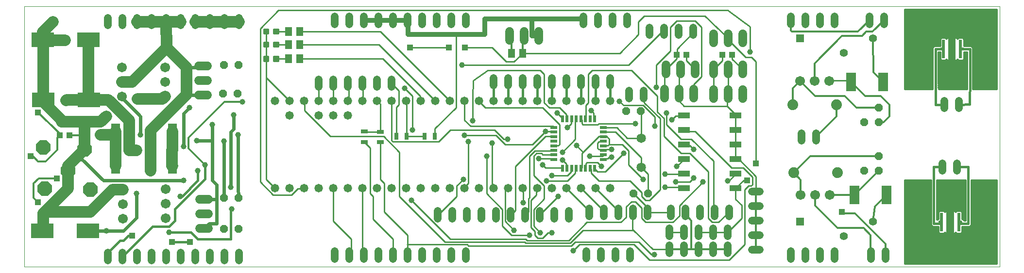
<source format=gtl>
G75*
%MOIN*%
%OFA0B0*%
%FSLAX25Y25*%
%IPPOS*%
%LPD*%
%AMOC8*
5,1,8,0,0,1.08239X$1,22.5*
%
%ADD10C,0.00000*%
%ADD11OC8,0.05200*%
%ADD12C,0.06000*%
%ADD13OC8,0.10000*%
%ADD14R,0.07900X0.04300*%
%ADD15C,0.05800*%
%ADD16C,0.06750*%
%ADD17R,0.05000X0.02200*%
%ADD18R,0.02200X0.05000*%
%ADD19C,0.06500*%
%ADD20C,0.05200*%
%ADD21R,0.15748X0.09843*%
%ADD22R,0.06181X0.11102*%
%ADD23R,0.03150X0.04724*%
%ADD24R,0.04724X0.03150*%
%ADD25R,0.05543X0.05543*%
%ADD26C,0.05543*%
%ADD27R,0.07087X0.12598*%
%ADD28C,0.07400*%
%ADD29R,0.05118X0.05906*%
%ADD30C,0.01181*%
%ADD31R,0.01969X0.12992*%
%ADD32R,0.01575X0.01969*%
%ADD33R,0.05118X0.12992*%
%ADD34R,0.03937X0.04331*%
%ADD35R,0.04331X0.03937*%
%ADD36C,0.00984*%
%ADD37C,0.03962*%
%ADD38C,0.02400*%
%ADD39C,0.01000*%
%ADD40C,0.01575*%
%ADD41C,0.01200*%
%ADD42R,0.03962X0.03962*%
%ADD43C,0.07874*%
%ADD44C,0.04750*%
%ADD45R,0.04750X0.04750*%
%ADD46C,0.03200*%
%ADD47C,0.01600*%
%ADD48R,0.03100X0.03100*%
%ADD49C,0.03100*%
D10*
X0115195Y0123933D02*
X0115195Y0302634D01*
X0784486Y0302634D01*
X0784486Y0123933D01*
X0115195Y0123933D01*
D11*
X0251967Y0149681D03*
X0261967Y0149681D03*
X0261967Y0171020D03*
X0251967Y0171020D03*
X0251573Y0242634D03*
X0261573Y0242634D03*
X0261967Y0262594D03*
X0251967Y0262594D03*
X0528089Y0230665D03*
X0538089Y0230665D03*
X0533148Y0174209D03*
X0543148Y0174209D03*
X0691396Y0189799D03*
X0701396Y0189799D03*
X0701396Y0199799D03*
X0701396Y0223264D03*
X0691396Y0223264D03*
X0701396Y0233264D03*
D12*
X0607974Y0239366D02*
X0607974Y0245366D01*
X0597974Y0245366D02*
X0597974Y0239366D01*
X0587974Y0239366D02*
X0587974Y0245366D01*
X0574510Y0245681D02*
X0574510Y0239681D01*
X0564510Y0239681D02*
X0564510Y0245681D01*
X0554510Y0245681D02*
X0554510Y0239681D01*
X0555297Y0256374D02*
X0555297Y0262374D01*
X0565297Y0262374D02*
X0565297Y0256374D01*
X0575297Y0256374D02*
X0575297Y0262374D01*
X0587974Y0262453D02*
X0587974Y0256453D01*
X0597974Y0256453D02*
X0597974Y0262453D01*
X0607974Y0262453D02*
X0607974Y0256453D01*
X0608100Y0277835D02*
X0608100Y0283835D01*
X0598100Y0283835D02*
X0598100Y0277835D01*
X0588100Y0277835D02*
X0588100Y0283835D01*
X0468112Y0285382D02*
X0468112Y0279382D01*
X0458112Y0279382D02*
X0458112Y0285382D01*
X0448112Y0285382D02*
X0448112Y0279382D01*
X0240793Y0261650D02*
X0234793Y0261650D01*
X0234793Y0251650D02*
X0240793Y0251650D01*
X0240793Y0241650D02*
X0234793Y0241650D01*
X0235581Y0169988D02*
X0241581Y0169988D01*
X0241581Y0159988D02*
X0235581Y0159988D01*
X0235581Y0149988D02*
X0241581Y0149988D01*
D13*
X0160510Y0176807D03*
X0145116Y0189878D03*
X0129014Y0177516D03*
X0128069Y0205665D03*
X0156415Y0204484D03*
D14*
X0567889Y0207634D03*
X0567889Y0217634D03*
X0567889Y0227634D03*
X0603289Y0227634D03*
X0603289Y0217634D03*
X0603289Y0207634D03*
X0603289Y0197634D03*
X0603289Y0187634D03*
X0603289Y0177634D03*
X0567889Y0177634D03*
X0567889Y0187634D03*
X0567889Y0197634D03*
D15*
X0517100Y0177862D03*
X0507100Y0177862D03*
X0497100Y0177862D03*
X0487100Y0177862D03*
X0477100Y0177862D03*
X0467100Y0177862D03*
X0457100Y0177862D03*
X0447100Y0177862D03*
X0437100Y0177862D03*
X0427100Y0177862D03*
X0417100Y0177862D03*
X0407100Y0177862D03*
X0397100Y0177862D03*
X0387100Y0177862D03*
X0377100Y0177862D03*
X0367100Y0177862D03*
X0357100Y0177862D03*
X0347100Y0177862D03*
X0337100Y0177862D03*
X0327100Y0177862D03*
X0317100Y0177862D03*
X0307100Y0177862D03*
X0297100Y0177862D03*
X0287100Y0177862D03*
X0297100Y0227862D03*
X0297100Y0237862D03*
X0287100Y0237862D03*
X0307100Y0237862D03*
X0317100Y0237862D03*
X0327100Y0237862D03*
X0337100Y0237862D03*
X0347100Y0237862D03*
X0357100Y0237862D03*
X0367100Y0237862D03*
X0377100Y0237862D03*
X0387100Y0237862D03*
X0397100Y0237862D03*
X0407100Y0237862D03*
X0417100Y0237862D03*
X0427100Y0237862D03*
X0437100Y0237862D03*
X0447100Y0237862D03*
X0457100Y0237862D03*
X0467100Y0237862D03*
X0477100Y0237862D03*
X0487100Y0237862D03*
X0497100Y0237862D03*
X0507100Y0237862D03*
X0517100Y0237862D03*
X0337100Y0227862D03*
X0327100Y0227862D03*
X0317100Y0227862D03*
D16*
X0211793Y0240941D03*
X0211793Y0250941D03*
X0211793Y0260941D03*
X0181998Y0260862D03*
X0181998Y0250862D03*
X0181998Y0240862D03*
X0182675Y0176650D03*
X0182675Y0166650D03*
X0182675Y0156650D03*
X0212085Y0157043D03*
X0212085Y0167043D03*
X0212085Y0177043D03*
X0647852Y0173146D03*
X0657852Y0173146D03*
X0667852Y0173146D03*
X0667360Y0251394D03*
X0657360Y0251394D03*
X0647360Y0251394D03*
D17*
X0512323Y0219531D03*
X0512323Y0216382D03*
X0512323Y0213232D03*
X0512323Y0210083D03*
X0512323Y0206933D03*
X0512323Y0203783D03*
X0512323Y0200634D03*
X0512323Y0197484D03*
X0478523Y0197484D03*
X0478523Y0200634D03*
X0478523Y0203783D03*
X0478523Y0206933D03*
X0478523Y0210083D03*
X0478523Y0213232D03*
X0478523Y0216382D03*
X0478523Y0219531D03*
D18*
X0484400Y0225408D03*
X0487549Y0225408D03*
X0490699Y0225408D03*
X0493848Y0225408D03*
X0496998Y0225408D03*
X0500148Y0225408D03*
X0503297Y0225408D03*
X0506447Y0225408D03*
X0506447Y0191608D03*
X0503297Y0191608D03*
X0500148Y0191608D03*
X0496998Y0191608D03*
X0493848Y0191608D03*
X0490699Y0191608D03*
X0487549Y0191608D03*
X0484400Y0191608D03*
D19*
X0538435Y0192185D03*
X0538435Y0212185D03*
D20*
X0540234Y0239443D02*
X0540234Y0244643D01*
X0530234Y0244643D02*
X0530234Y0239443D01*
X0517203Y0248302D02*
X0517203Y0253502D01*
X0507203Y0253502D02*
X0507203Y0248302D01*
X0497203Y0248302D02*
X0497203Y0253502D01*
X0487203Y0253502D02*
X0487203Y0248302D01*
X0477203Y0248302D02*
X0477203Y0253502D01*
X0467203Y0253502D02*
X0467203Y0248302D01*
X0457203Y0248302D02*
X0457203Y0253502D01*
X0447203Y0253502D02*
X0447203Y0248302D01*
X0437203Y0248302D02*
X0437203Y0253502D01*
X0367065Y0252517D02*
X0367065Y0247317D01*
X0357065Y0247317D02*
X0357065Y0252517D01*
X0347065Y0252517D02*
X0347065Y0247317D01*
X0337065Y0247317D02*
X0337065Y0252517D01*
X0327065Y0252517D02*
X0327065Y0247317D01*
X0317065Y0247317D02*
X0317065Y0252517D01*
X0328069Y0290624D02*
X0328069Y0295824D01*
X0338069Y0295824D02*
X0338069Y0290624D01*
X0348069Y0290624D02*
X0348069Y0295824D01*
X0358069Y0295824D02*
X0358069Y0290624D01*
X0368069Y0290624D02*
X0368069Y0295824D01*
X0378069Y0295824D02*
X0378069Y0290624D01*
X0388069Y0290624D02*
X0388069Y0295824D01*
X0398069Y0295824D02*
X0398069Y0290624D01*
X0408069Y0290624D02*
X0408069Y0295824D01*
X0418069Y0295824D02*
X0418069Y0290624D01*
X0498738Y0290624D02*
X0498738Y0295824D01*
X0508738Y0295824D02*
X0508738Y0290624D01*
X0518738Y0290624D02*
X0518738Y0295824D01*
X0528738Y0295824D02*
X0528738Y0290624D01*
X0544211Y0288210D02*
X0544211Y0283010D01*
X0554211Y0283010D02*
X0554211Y0288210D01*
X0564211Y0288210D02*
X0564211Y0283010D01*
X0574211Y0283010D02*
X0574211Y0288210D01*
X0640963Y0290624D02*
X0640963Y0295824D01*
X0650963Y0295824D02*
X0650963Y0290624D01*
X0660963Y0290624D02*
X0660963Y0295824D01*
X0670963Y0295824D02*
X0670963Y0290624D01*
X0695077Y0290624D02*
X0695077Y0295824D01*
X0705077Y0295824D02*
X0705077Y0290624D01*
X0746437Y0237883D02*
X0746437Y0232683D01*
X0756437Y0232683D02*
X0756437Y0237883D01*
X0755293Y0194939D02*
X0755293Y0189739D01*
X0745293Y0189739D02*
X0745293Y0194939D01*
X0658344Y0210408D02*
X0658344Y0215608D01*
X0648344Y0215608D02*
X0648344Y0210408D01*
X0619763Y0175429D02*
X0614563Y0175429D01*
X0614563Y0165429D02*
X0619763Y0165429D01*
X0598667Y0163738D02*
X0598667Y0158538D01*
X0588667Y0158538D02*
X0588667Y0163738D01*
X0578667Y0163738D02*
X0578667Y0158538D01*
X0568667Y0158538D02*
X0568667Y0163738D01*
X0558667Y0163738D02*
X0558667Y0158538D01*
X0542872Y0158490D02*
X0542872Y0163690D01*
X0532872Y0163690D02*
X0532872Y0158490D01*
X0522872Y0158490D02*
X0522872Y0163690D01*
X0512872Y0163690D02*
X0512872Y0158490D01*
X0502872Y0158490D02*
X0502872Y0163690D01*
X0488935Y0161966D02*
X0488935Y0156766D01*
X0478935Y0156766D02*
X0478935Y0161966D01*
X0468935Y0161966D02*
X0468935Y0156766D01*
X0458935Y0156766D02*
X0458935Y0161966D01*
X0448935Y0161966D02*
X0448935Y0156766D01*
X0438935Y0156766D02*
X0438935Y0161966D01*
X0428935Y0161966D02*
X0428935Y0156766D01*
X0418935Y0156766D02*
X0418935Y0161966D01*
X0408935Y0161966D02*
X0408935Y0156766D01*
X0398935Y0156766D02*
X0398935Y0161966D01*
X0398069Y0134407D02*
X0398069Y0129207D01*
X0408069Y0129207D02*
X0408069Y0134407D01*
X0418069Y0134407D02*
X0418069Y0129207D01*
X0388069Y0129207D02*
X0388069Y0134407D01*
X0378069Y0134407D02*
X0378069Y0129207D01*
X0368069Y0129207D02*
X0368069Y0134407D01*
X0358069Y0134407D02*
X0358069Y0129207D01*
X0348069Y0129207D02*
X0348069Y0134407D01*
X0338069Y0134407D02*
X0338069Y0129207D01*
X0328069Y0129207D02*
X0328069Y0134407D01*
X0262557Y0133423D02*
X0262557Y0128223D01*
X0252557Y0128223D02*
X0252557Y0133423D01*
X0242557Y0133423D02*
X0242557Y0128223D01*
X0232557Y0128223D02*
X0232557Y0133423D01*
X0222557Y0133423D02*
X0222557Y0128223D01*
X0212557Y0128223D02*
X0212557Y0133423D01*
X0202557Y0133423D02*
X0202557Y0128223D01*
X0192557Y0128223D02*
X0192557Y0133423D01*
X0182557Y0133423D02*
X0182557Y0128223D01*
X0172557Y0128223D02*
X0172557Y0133423D01*
X0500938Y0134607D02*
X0500938Y0129407D01*
X0510938Y0129407D02*
X0510938Y0134607D01*
X0520938Y0134607D02*
X0520938Y0129407D01*
X0530938Y0129407D02*
X0530938Y0134607D01*
X0557793Y0133144D02*
X0557793Y0138344D01*
X0567793Y0138344D02*
X0567793Y0133144D01*
X0577793Y0133144D02*
X0577793Y0138344D01*
X0587793Y0138344D02*
X0587793Y0133144D01*
X0597793Y0133144D02*
X0597793Y0138344D01*
X0597793Y0144955D02*
X0597793Y0150155D01*
X0587793Y0150155D02*
X0587793Y0144955D01*
X0577793Y0144955D02*
X0577793Y0150155D01*
X0567793Y0150155D02*
X0567793Y0144955D01*
X0557793Y0144955D02*
X0557793Y0150155D01*
X0614563Y0145429D02*
X0619763Y0145429D01*
X0619763Y0135429D02*
X0614563Y0135429D01*
X0640963Y0134407D02*
X0640963Y0129207D01*
X0650963Y0129207D02*
X0650963Y0134407D01*
X0660963Y0134407D02*
X0660963Y0129207D01*
X0670963Y0129207D02*
X0670963Y0134407D01*
X0696081Y0134407D02*
X0696081Y0129207D01*
X0706081Y0129207D02*
X0706081Y0134407D01*
X0619763Y0155429D02*
X0614563Y0155429D01*
X0262557Y0289640D02*
X0262557Y0294840D01*
X0252557Y0294840D02*
X0252557Y0289640D01*
X0242557Y0289640D02*
X0242557Y0294840D01*
X0232557Y0294840D02*
X0232557Y0289640D01*
X0222557Y0289640D02*
X0222557Y0294840D01*
X0212557Y0294840D02*
X0212557Y0289640D01*
X0202557Y0289640D02*
X0202557Y0294840D01*
X0192557Y0294840D02*
X0192557Y0289640D01*
X0182557Y0289640D02*
X0182557Y0294840D01*
X0172557Y0294840D02*
X0172557Y0289640D01*
D21*
X0159156Y0279642D03*
X0127659Y0279642D03*
X0128022Y0238547D03*
X0159518Y0238547D03*
X0158959Y0148539D03*
X0127463Y0148539D03*
D22*
X0177746Y0192972D03*
X0216801Y0192972D03*
X0216801Y0216831D03*
X0177746Y0216831D03*
D23*
X0370321Y0213461D03*
X0377407Y0213461D03*
X0389833Y0213461D03*
X0396919Y0213461D03*
D24*
X0359329Y0216413D03*
X0348423Y0216665D03*
X0348423Y0209579D03*
X0359329Y0209327D03*
D25*
X0647380Y0154858D03*
X0647380Y0280843D03*
D26*
X0677380Y0270843D03*
X0697380Y0280843D03*
X0697380Y0154858D03*
X0677380Y0144858D03*
D27*
X0684880Y0173146D03*
X0706927Y0173146D03*
X0704467Y0250902D03*
X0682419Y0250902D03*
D28*
X0672518Y0235154D03*
X0642518Y0235154D03*
X0643010Y0188402D03*
X0673010Y0188402D03*
D29*
X0457026Y0270587D03*
X0449545Y0270587D03*
X0303974Y0266650D03*
X0296494Y0266650D03*
X0296494Y0276492D03*
X0303974Y0276492D03*
X0303974Y0285350D03*
X0296494Y0285350D03*
D30*
X0289317Y0286728D02*
X0289317Y0283972D01*
X0286561Y0283972D01*
X0286561Y0286728D01*
X0289317Y0286728D01*
X0289317Y0285152D02*
X0286561Y0285152D01*
X0286561Y0286332D02*
X0289317Y0286332D01*
X0282411Y0286728D02*
X0282411Y0283972D01*
X0279655Y0283972D01*
X0279655Y0286728D01*
X0282411Y0286728D01*
X0282411Y0285152D02*
X0279655Y0285152D01*
X0279655Y0286332D02*
X0282411Y0286332D01*
X0282411Y0277870D02*
X0282411Y0275114D01*
X0279655Y0275114D01*
X0279655Y0277870D01*
X0282411Y0277870D01*
X0282411Y0276294D02*
X0279655Y0276294D01*
X0279655Y0277474D02*
X0282411Y0277474D01*
X0289317Y0277870D02*
X0289317Y0275114D01*
X0286561Y0275114D01*
X0286561Y0277870D01*
X0289317Y0277870D01*
X0289317Y0276294D02*
X0286561Y0276294D01*
X0286561Y0277474D02*
X0289317Y0277474D01*
X0289317Y0268028D02*
X0289317Y0265272D01*
X0286561Y0265272D01*
X0286561Y0268028D01*
X0289317Y0268028D01*
X0289317Y0266452D02*
X0286561Y0266452D01*
X0286561Y0267632D02*
X0289317Y0267632D01*
X0282411Y0268028D02*
X0282411Y0265272D01*
X0279655Y0265272D01*
X0279655Y0268028D01*
X0282411Y0268028D01*
X0282411Y0266452D02*
X0279655Y0266452D01*
X0279655Y0267632D02*
X0282411Y0267632D01*
D31*
X0745788Y0273472D03*
X0757599Y0273472D03*
X0756435Y0154445D03*
X0744624Y0154445D03*
D32*
X0743246Y0154445D03*
X0757813Y0154445D03*
X0758977Y0273472D03*
X0744410Y0273472D03*
D33*
X0751693Y0273472D03*
X0750530Y0154445D03*
D34*
X0600825Y0269602D03*
X0594132Y0269602D03*
X0569329Y0269602D03*
X0562636Y0269602D03*
D35*
X0146100Y0213992D03*
X0139407Y0213992D03*
D36*
X0281033Y0183929D02*
X0287100Y0177862D01*
X0281033Y0183929D02*
X0281033Y0253929D01*
X0297100Y0237862D01*
X0281033Y0253929D02*
X0281033Y0266650D01*
X0281033Y0276492D01*
X0281033Y0285350D01*
X0287939Y0285350D02*
X0296494Y0285350D01*
X0303974Y0285350D02*
X0359612Y0285350D01*
X0407100Y0237862D01*
X0411455Y0233185D02*
X0411455Y0283382D01*
X0406533Y0274524D02*
X0379959Y0274524D01*
X0361258Y0266650D02*
X0303974Y0266650D01*
X0296494Y0266650D02*
X0287939Y0266650D01*
X0287939Y0276492D02*
X0296494Y0276492D01*
X0303974Y0276492D02*
X0358470Y0276492D01*
X0397100Y0237862D01*
X0387100Y0237862D02*
X0386848Y0238114D01*
X0386848Y0241059D01*
X0361258Y0266650D01*
X0367065Y0249917D02*
X0372085Y0244898D01*
X0372085Y0235154D01*
X0370321Y0233390D01*
X0370321Y0213461D01*
X0377407Y0213461D02*
X0389833Y0213461D01*
X0396919Y0213461D02*
X0396919Y0218650D01*
X0411455Y0233185D01*
X0417100Y0237862D02*
X0417100Y0224587D01*
X0421297Y0220390D01*
X0477665Y0220390D01*
X0478523Y0219531D01*
X0512323Y0219531D02*
X0512449Y0219406D01*
X0521691Y0219406D01*
X0528817Y0212280D01*
X0538435Y0212185D01*
X0538482Y0230272D01*
X0538089Y0230665D01*
X0554510Y0242681D02*
X0554510Y0258587D01*
X0555297Y0259374D01*
X0562636Y0266713D01*
X0562636Y0269602D01*
X0563030Y0269996D01*
X0563030Y0273539D01*
X0574211Y0284720D01*
X0574211Y0285610D01*
X0582258Y0296177D02*
X0598100Y0280835D01*
X0598100Y0279807D01*
X0610274Y0267634D01*
X0614211Y0267634D01*
X0617163Y0264681D01*
X0617163Y0194799D01*
X0617163Y0185941D02*
X0605470Y0197634D01*
X0603289Y0197634D01*
X0603289Y0207634D01*
X0603289Y0217634D01*
X0603289Y0227634D01*
X0603289Y0228359D01*
X0597478Y0234169D01*
X0597478Y0241870D01*
X0597974Y0242366D01*
X0597974Y0259453D01*
X0600825Y0266602D02*
X0607974Y0259453D01*
X0600825Y0266602D02*
X0600825Y0269602D01*
X0594132Y0269602D02*
X0594132Y0265610D01*
X0587974Y0259453D01*
X0587974Y0242366D01*
X0597478Y0234169D02*
X0567951Y0234169D01*
X0564998Y0237122D01*
X0564998Y0242193D01*
X0564510Y0242681D01*
X0564510Y0258587D01*
X0565297Y0259374D01*
X0569329Y0265343D02*
X0575297Y0259374D01*
X0569329Y0265343D02*
X0569329Y0269602D01*
X0536455Y0283382D02*
X0536455Y0292240D01*
X0540392Y0296177D01*
X0582258Y0296177D01*
X0536455Y0283382D02*
X0523659Y0270587D01*
X0457026Y0270587D01*
X0451120Y0264681D01*
X0445904Y0264681D01*
X0436061Y0274524D01*
X0417360Y0274524D01*
X0377407Y0237555D02*
X0377100Y0237862D01*
X0377407Y0237555D02*
X0377407Y0213461D01*
X0359329Y0216413D02*
X0359329Y0235634D01*
X0357100Y0237862D01*
X0359329Y0216413D02*
X0348675Y0216413D01*
X0348423Y0216665D01*
X0348423Y0209579D02*
X0352400Y0205602D01*
X0352400Y0174130D01*
X0354368Y0172161D01*
X0354368Y0156413D01*
X0368069Y0142713D01*
X0368069Y0131807D01*
X0377990Y0131886D02*
X0377990Y0139126D01*
X0377990Y0145587D01*
X0362242Y0161335D01*
X0362242Y0181020D01*
X0359329Y0183933D01*
X0359329Y0209327D01*
X0327100Y0177862D02*
X0327100Y0155138D01*
X0339604Y0142634D01*
X0339604Y0133343D01*
X0338069Y0131807D01*
X0377990Y0131886D02*
X0378069Y0131807D01*
X0491844Y0134764D02*
X0496207Y0139126D01*
X0496813Y0139126D01*
X0532518Y0149524D02*
X0532518Y0161035D01*
X0532872Y0161090D01*
X0522872Y0161090D02*
X0522872Y0162091D01*
X0507100Y0177862D01*
X0497100Y0177862D02*
X0512872Y0162091D01*
X0512872Y0161090D01*
X0502872Y0161090D02*
X0502872Y0162091D01*
X0487100Y0177862D01*
X0533148Y0174209D02*
X0542872Y0164484D01*
X0542872Y0161090D01*
X0543124Y0161138D01*
X0558667Y0161138D01*
X0557793Y0147555D02*
X0567793Y0147555D01*
X0577793Y0147555D02*
X0587793Y0147555D01*
X0597793Y0147555D01*
X0607321Y0157083D01*
X0607321Y0166256D01*
X0603289Y0170288D01*
X0603289Y0177634D01*
X0608643Y0182988D01*
X0611258Y0182988D01*
X0617163Y0185941D02*
X0617163Y0175429D01*
X0543148Y0174209D02*
X0543148Y0187614D01*
X0538435Y0192185D01*
X0538482Y0198677D01*
X0520707Y0216453D01*
X0512394Y0216453D01*
X0512323Y0216382D01*
X0532518Y0149524D02*
X0532823Y0149219D01*
X0546297Y0135744D01*
X0557793Y0135744D01*
D37*
X0547478Y0132008D03*
X0491844Y0134764D03*
X0477152Y0147169D03*
X0469108Y0147169D03*
X0461959Y0145382D03*
X0451234Y0148957D03*
X0457490Y0167724D03*
X0481620Y0172193D03*
X0473577Y0182917D03*
X0477152Y0186492D03*
X0470896Y0193642D03*
X0468215Y0198110D03*
X0484301Y0197217D03*
X0484301Y0202579D03*
X0494132Y0207047D03*
X0503069Y0199898D03*
X0518262Y0199004D03*
X0518262Y0204366D03*
X0526305Y0201685D03*
X0511112Y0192748D03*
X0539711Y0183811D03*
X0554904Y0187386D03*
X0562947Y0192748D03*
X0574565Y0184705D03*
X0580821Y0182024D03*
X0562053Y0182024D03*
X0554904Y0178449D03*
X0597801Y0182917D03*
X0574565Y0204366D03*
X0547754Y0220453D03*
X0534348Y0222240D03*
X0555797Y0229390D03*
X0559372Y0224921D03*
X0523624Y0237433D03*
X0503963Y0231177D03*
X0487876Y0219559D03*
X0472683Y0216878D03*
X0480726Y0229390D03*
X0446766Y0211516D03*
X0436041Y0208835D03*
X0419955Y0209728D03*
X0417274Y0214197D03*
X0422636Y0224028D03*
X0381526Y0217772D03*
X0432467Y0199898D03*
X0416380Y0183811D03*
X0380632Y0169512D03*
X0261848Y0214484D03*
X0252006Y0210055D03*
X0244132Y0221374D03*
X0258896Y0228264D03*
X0264801Y0237122D03*
X0228384Y0233185D03*
X0194919Y0214484D03*
X0224447Y0206610D03*
X0233305Y0210547D03*
X0239211Y0193815D03*
X0234289Y0189878D03*
X0224447Y0182988D03*
X0201809Y0189878D03*
X0191967Y0174130D03*
X0221986Y0172161D03*
X0256927Y0178559D03*
X0257419Y0163303D03*
X0214604Y0147555D03*
X0171297Y0148539D03*
X0376163Y0246370D03*
X0415486Y0262457D03*
X0548648Y0247264D03*
X0612994Y0271394D03*
D38*
X0261848Y0214484D02*
X0261848Y0179012D01*
X0261967Y0171020D01*
X0251967Y0171020D02*
X0252006Y0178933D01*
X0252006Y0210055D01*
X0244132Y0210547D02*
X0233305Y0210547D01*
X0224447Y0206610D02*
X0224447Y0229248D01*
X0228384Y0233185D01*
X0226809Y0241650D02*
X0226415Y0242043D01*
X0226809Y0241650D02*
X0237793Y0241650D01*
X0258896Y0228264D02*
X0258896Y0218421D01*
X0256927Y0216453D01*
X0256927Y0178559D01*
X0247085Y0180035D02*
X0247085Y0170193D01*
X0247085Y0153461D01*
X0242053Y0153461D01*
X0238581Y0149988D01*
X0238581Y0169988D02*
X0238785Y0170193D01*
X0247085Y0170193D01*
X0247085Y0180035D02*
X0244132Y0182988D01*
X0244132Y0210547D01*
X0244132Y0221374D01*
X0194919Y0227280D02*
X0194919Y0214484D01*
X0194919Y0227280D02*
X0181998Y0240201D01*
X0181998Y0240862D01*
X0226415Y0260744D02*
X0236888Y0260744D01*
X0237793Y0261650D01*
X0169329Y0182988D02*
X0155077Y0197240D01*
X0169329Y0182988D02*
X0224447Y0182988D01*
X0191967Y0174130D02*
X0191967Y0157398D01*
X0183108Y0148539D01*
X0171297Y0148539D01*
X0158959Y0148539D01*
D39*
X0276963Y0182024D02*
X0276963Y0287480D01*
X0289474Y0299992D01*
X0597801Y0299992D01*
X0612994Y0288799D01*
X0612994Y0271394D01*
X0579927Y0288374D02*
X0579927Y0254413D01*
X0574565Y0249051D01*
X0574565Y0242795D01*
X0574510Y0242681D01*
X0555797Y0229390D02*
X0555797Y0221346D01*
X0565628Y0211516D01*
X0572778Y0211516D01*
X0587970Y0196323D01*
X0587970Y0161469D01*
X0588667Y0161138D01*
X0584396Y0157000D02*
X0587077Y0154319D01*
X0591545Y0154319D01*
X0597801Y0160575D01*
X0598667Y0161138D01*
X0584396Y0157000D02*
X0584396Y0189173D01*
X0571884Y0201685D01*
X0565628Y0201685D01*
X0554010Y0213303D01*
X0554010Y0225815D01*
X0549541Y0230283D01*
X0549541Y0241008D01*
X0531667Y0258882D01*
X0504856Y0258882D01*
X0502175Y0256201D01*
X0502175Y0236539D01*
X0500388Y0234752D01*
X0500388Y0225815D01*
X0500148Y0225408D01*
X0497707Y0224921D02*
X0496998Y0225408D01*
X0497707Y0224921D02*
X0497707Y0222240D01*
X0498600Y0221346D01*
X0508431Y0221346D01*
X0509325Y0222240D01*
X0534348Y0222240D01*
X0547754Y0220453D02*
X0547754Y0226709D01*
X0539711Y0234752D01*
X0526305Y0234752D01*
X0523624Y0237433D01*
X0540604Y0236539D02*
X0540604Y0241902D01*
X0540234Y0242043D01*
X0540604Y0236539D02*
X0551329Y0225815D01*
X0551329Y0176661D01*
X0544179Y0169512D01*
X0541498Y0169512D01*
X0538817Y0172193D01*
X0538817Y0174874D01*
X0530774Y0182917D01*
X0509325Y0182917D01*
X0503963Y0188280D01*
X0503963Y0190961D01*
X0503297Y0191608D01*
X0500388Y0191854D02*
X0500388Y0194535D01*
X0501281Y0195429D01*
X0508431Y0195429D01*
X0511112Y0192748D01*
X0513793Y0189173D02*
X0508431Y0189173D01*
X0506644Y0190961D01*
X0506447Y0191608D01*
X0500388Y0191854D02*
X0500148Y0191608D01*
X0497707Y0191854D02*
X0496998Y0191608D01*
X0497707Y0191854D02*
X0497707Y0201685D01*
X0498600Y0202579D01*
X0494132Y0207047D01*
X0493238Y0211516D02*
X0484301Y0202579D01*
X0481620Y0207047D02*
X0478939Y0207047D01*
X0478523Y0206933D01*
X0481620Y0207047D02*
X0482514Y0207941D01*
X0482514Y0221346D01*
X0470896Y0232965D01*
X0431573Y0232965D01*
X0427104Y0237433D01*
X0427100Y0237862D01*
X0422636Y0240075D02*
X0423266Y0251886D01*
X0433108Y0258776D01*
X0441404Y0258882D01*
X0469108Y0258882D01*
X0471789Y0256201D01*
X0471789Y0236539D01*
X0475364Y0232965D01*
X0482514Y0232965D01*
X0486982Y0228496D01*
X0486982Y0225815D01*
X0487549Y0225408D01*
X0490557Y0224921D02*
X0490699Y0225408D01*
X0490557Y0224921D02*
X0490557Y0222240D01*
X0487876Y0219559D01*
X0493238Y0224921D02*
X0493848Y0225408D01*
X0493238Y0224921D02*
X0493238Y0211516D01*
X0498600Y0202579D02*
X0509325Y0213303D01*
X0512006Y0213303D01*
X0512323Y0213232D01*
X0512900Y0213303D01*
X0514687Y0213303D01*
X0516474Y0211516D01*
X0516474Y0207941D01*
X0525411Y0207941D01*
X0529880Y0203472D01*
X0529880Y0193642D01*
X0539711Y0183811D01*
X0554904Y0187386D02*
X0567415Y0187386D01*
X0567889Y0187634D01*
X0571884Y0182024D02*
X0574565Y0184705D01*
X0571884Y0182024D02*
X0562053Y0182024D01*
X0567415Y0178449D02*
X0554904Y0178449D01*
X0567415Y0178449D02*
X0567889Y0177634D01*
X0564734Y0165937D02*
X0580821Y0182024D01*
X0597801Y0182917D02*
X0598695Y0182917D01*
X0603163Y0187386D01*
X0603289Y0187634D01*
X0600482Y0191854D02*
X0608526Y0191854D01*
X0614781Y0185598D01*
X0614781Y0180236D01*
X0613888Y0179343D01*
X0612100Y0179343D01*
X0609419Y0176661D01*
X0609419Y0139126D01*
X0598695Y0128402D01*
X0544148Y0128402D01*
X0533423Y0139126D01*
X0496813Y0139126D01*
X0493238Y0140913D02*
X0490557Y0138232D01*
X0419955Y0138232D01*
X0419061Y0139126D01*
X0377990Y0139126D01*
X0377951Y0139126D01*
X0403868Y0140913D02*
X0458384Y0140913D01*
X0459278Y0140020D01*
X0489663Y0140020D01*
X0498600Y0148957D01*
X0532561Y0148957D01*
X0532823Y0149219D01*
X0524518Y0154319D02*
X0528093Y0157894D01*
X0528093Y0165043D01*
X0531667Y0168618D01*
X0534348Y0168618D01*
X0538817Y0164150D01*
X0538817Y0157000D01*
X0541498Y0154319D01*
X0560266Y0154319D01*
X0564734Y0158787D01*
X0564734Y0165937D01*
X0524518Y0154319D02*
X0501281Y0154319D01*
X0488770Y0141807D01*
X0460171Y0141807D01*
X0459278Y0142701D01*
X0407443Y0142701D01*
X0380632Y0169512D01*
X0372589Y0172193D02*
X0403868Y0140913D01*
X0398935Y0159366D02*
X0399400Y0159681D01*
X0411911Y0172193D01*
X0411911Y0179343D01*
X0416380Y0183811D01*
X0419955Y0181130D02*
X0417274Y0178449D01*
X0417100Y0177862D01*
X0419955Y0181130D02*
X0419955Y0209728D01*
X0417274Y0214197D02*
X0438722Y0214197D01*
X0444978Y0207941D01*
X0463746Y0207941D01*
X0472683Y0216878D01*
X0478045Y0216878D01*
X0478523Y0216382D01*
X0478045Y0213303D02*
X0478523Y0213232D01*
X0478045Y0213303D02*
X0472683Y0213303D01*
X0452128Y0192748D01*
X0452128Y0162362D01*
X0449447Y0159681D01*
X0448935Y0159366D01*
X0444978Y0155213D02*
X0444978Y0175768D01*
X0446766Y0177555D01*
X0447100Y0177862D01*
X0437100Y0177862D02*
X0436935Y0178449D01*
X0436041Y0179343D01*
X0436041Y0208835D01*
X0444085Y0211516D02*
X0437829Y0217772D01*
X0407443Y0217772D01*
X0399400Y0209728D01*
X0368120Y0209728D01*
X0367226Y0210622D01*
X0367226Y0237433D01*
X0367100Y0237862D01*
X0376163Y0246370D02*
X0381526Y0241008D01*
X0381526Y0217772D01*
X0372589Y0202579D02*
X0361864Y0213303D01*
X0325222Y0213303D01*
X0307348Y0231177D01*
X0307348Y0237433D01*
X0307100Y0237862D01*
X0317100Y0237862D02*
X0317179Y0238327D01*
X0317179Y0249051D01*
X0317065Y0249917D01*
X0327010Y0249051D02*
X0327065Y0249917D01*
X0327010Y0249051D02*
X0327010Y0238327D01*
X0327100Y0237862D01*
X0337100Y0237862D02*
X0337734Y0238327D01*
X0337734Y0249051D01*
X0337065Y0249917D01*
X0347065Y0249917D02*
X0347565Y0249051D01*
X0347565Y0238327D01*
X0347100Y0237862D01*
X0415486Y0262457D02*
X0529880Y0262457D01*
X0552222Y0284799D01*
X0554010Y0284799D01*
X0554211Y0285610D01*
X0558478Y0288374D02*
X0558478Y0272287D01*
X0548648Y0262457D01*
X0548648Y0247264D01*
X0505750Y0229390D02*
X0503963Y0231177D01*
X0505750Y0229390D02*
X0505750Y0225815D01*
X0506447Y0225408D01*
X0484400Y0225408D02*
X0484301Y0225815D01*
X0480726Y0229390D01*
X0446766Y0211516D02*
X0444085Y0211516D01*
X0461959Y0199898D02*
X0465533Y0203472D01*
X0478045Y0203472D01*
X0478523Y0203783D01*
X0478045Y0200791D02*
X0478523Y0200634D01*
X0478045Y0200791D02*
X0470896Y0200791D01*
X0470002Y0201685D01*
X0466427Y0201685D01*
X0464640Y0199898D01*
X0464640Y0186492D01*
X0471789Y0179343D01*
X0471789Y0170406D01*
X0464640Y0163256D01*
X0464640Y0151638D01*
X0469108Y0147169D01*
X0465533Y0148063D02*
X0465533Y0145382D01*
X0467321Y0143594D01*
X0470896Y0143594D01*
X0474470Y0147169D01*
X0477152Y0147169D01*
X0465533Y0148063D02*
X0462852Y0150744D01*
X0462852Y0169512D01*
X0466427Y0173087D01*
X0466427Y0177555D01*
X0467100Y0177862D01*
X0473577Y0182917D02*
X0487876Y0182917D01*
X0493238Y0188280D01*
X0493238Y0190961D01*
X0493848Y0191608D01*
X0490699Y0191608D02*
X0490557Y0190961D01*
X0490557Y0189173D01*
X0487876Y0186492D01*
X0477152Y0186492D01*
X0472683Y0191854D02*
X0470896Y0193642D01*
X0472683Y0191854D02*
X0484301Y0191854D01*
X0484400Y0191608D01*
X0486982Y0191854D02*
X0487549Y0191608D01*
X0486982Y0191854D02*
X0486982Y0194535D01*
X0484301Y0197217D01*
X0478523Y0197484D02*
X0478045Y0198110D01*
X0468215Y0198110D01*
X0461959Y0199898D02*
X0461959Y0171299D01*
X0461065Y0170406D01*
X0461065Y0161469D01*
X0459278Y0159681D01*
X0458935Y0159366D01*
X0468935Y0159366D02*
X0469108Y0159681D01*
X0481620Y0172193D01*
X0457490Y0167724D02*
X0457490Y0177555D01*
X0457100Y0177862D01*
X0443191Y0163256D02*
X0432467Y0173980D01*
X0432467Y0199898D01*
X0422636Y0224028D02*
X0422636Y0240075D01*
X0422636Y0240114D01*
X0372589Y0202579D02*
X0372589Y0172193D01*
X0347100Y0177862D02*
X0347100Y0132776D01*
X0302880Y0177555D02*
X0298411Y0173087D01*
X0285900Y0173087D01*
X0276963Y0182024D01*
X0302880Y0177555D02*
X0306455Y0177555D01*
X0307100Y0177862D01*
X0443191Y0163256D02*
X0443191Y0151638D01*
X0449447Y0145382D01*
X0461959Y0145382D01*
X0451234Y0148957D02*
X0444978Y0155213D01*
X0493238Y0140913D02*
X0536679Y0140913D01*
X0545585Y0132008D01*
X0547478Y0132008D01*
X0513793Y0189173D02*
X0526305Y0201685D01*
X0518262Y0199004D02*
X0516474Y0199004D01*
X0515581Y0198110D01*
X0512900Y0198110D01*
X0512323Y0197484D01*
X0512006Y0199898D02*
X0512323Y0200634D01*
X0512006Y0199898D02*
X0503069Y0199898D01*
X0512006Y0204366D02*
X0512323Y0203783D01*
X0512900Y0204366D01*
X0518262Y0204366D01*
X0515581Y0207047D02*
X0516474Y0207941D01*
X0515581Y0207047D02*
X0512900Y0207047D01*
X0512323Y0206933D01*
X0512006Y0204366D02*
X0509325Y0204366D01*
X0508431Y0205260D01*
X0508431Y0208835D01*
X0509325Y0209728D01*
X0512006Y0209728D01*
X0512323Y0210083D01*
X0559372Y0224921D02*
X0562053Y0227602D01*
X0567415Y0227602D01*
X0567889Y0227634D01*
X0567889Y0217634D02*
X0568309Y0216878D01*
X0575459Y0216878D01*
X0600482Y0191854D01*
X0574565Y0204366D02*
X0571884Y0207047D01*
X0568309Y0207047D01*
X0567889Y0207634D01*
X0567889Y0197634D02*
X0567415Y0197217D01*
X0562947Y0192748D01*
X0667360Y0251394D02*
X0667510Y0251732D01*
X0681809Y0251732D01*
X0682419Y0250902D01*
X0579927Y0288374D02*
X0575459Y0292843D01*
X0562947Y0292843D01*
X0558478Y0288374D01*
D40*
X0257419Y0163303D02*
X0256927Y0162319D01*
X0256927Y0142634D01*
X0234289Y0142634D01*
X0229368Y0147555D01*
X0214604Y0147555D01*
X0214604Y0151492D02*
X0203226Y0151492D01*
X0182557Y0130823D01*
X0214604Y0151492D02*
X0218541Y0155429D01*
X0218541Y0163303D01*
X0239211Y0183972D01*
X0239211Y0193815D01*
X0234289Y0189878D02*
X0234289Y0182988D01*
X0223463Y0172161D01*
X0221986Y0172161D01*
X0155077Y0197240D02*
X0152478Y0197240D01*
X0145116Y0189878D01*
X0155077Y0197240D02*
X0152124Y0200193D01*
D41*
X0137833Y0204150D02*
X0137833Y0212417D01*
X0139407Y0213992D01*
X0139407Y0215370D01*
X0124545Y0229740D01*
X0146100Y0213992D02*
X0155549Y0213992D01*
X0156533Y0213008D01*
X0137833Y0204150D02*
X0129959Y0196276D01*
X0124545Y0196276D01*
X0121100Y0199720D01*
X0119624Y0199720D01*
X0125037Y0184465D02*
X0121593Y0181020D01*
X0121593Y0171177D01*
X0124545Y0168224D01*
X0125037Y0184465D02*
X0137341Y0184465D01*
X0227892Y0205134D02*
X0239211Y0193815D01*
X0227892Y0205134D02*
X0227892Y0212516D01*
X0252498Y0237122D01*
X0264801Y0237122D01*
X0449545Y0270587D02*
X0449545Y0280949D01*
X0448112Y0282382D01*
X0457026Y0281295D02*
X0458112Y0282382D01*
X0457026Y0281295D02*
X0457026Y0270587D01*
X0640963Y0286157D02*
X0641770Y0285350D01*
X0687203Y0285350D01*
X0695077Y0293224D01*
X0697203Y0285350D02*
X0705077Y0293224D01*
X0697203Y0285350D02*
X0692951Y0285350D01*
X0689998Y0282398D01*
X0676219Y0282398D01*
X0657360Y0263539D01*
X0657360Y0251394D01*
X0647360Y0251394D02*
X0657695Y0241059D01*
X0678187Y0241059D01*
X0685982Y0233264D01*
X0701396Y0233264D01*
X0708699Y0235154D02*
X0702793Y0241059D01*
X0692262Y0241059D01*
X0682419Y0250902D01*
X0697872Y0257496D02*
X0704467Y0250902D01*
X0697872Y0257496D02*
X0697380Y0280843D01*
X0640963Y0286157D02*
X0640963Y0293224D01*
X0647360Y0251394D02*
X0642518Y0246551D01*
X0642518Y0235154D01*
X0658344Y0213008D02*
X0672518Y0227181D01*
X0672518Y0235154D01*
X0701396Y0223264D02*
X0704683Y0223264D01*
X0708699Y0227280D01*
X0708699Y0235154D01*
X0701396Y0199799D02*
X0654407Y0199799D01*
X0643010Y0188402D01*
X0647852Y0183559D01*
X0647852Y0173146D01*
X0657852Y0173146D02*
X0657852Y0165921D01*
X0673266Y0150508D01*
X0690982Y0150508D01*
X0695904Y0145587D01*
X0695904Y0131984D01*
X0696081Y0131807D01*
X0706081Y0131807D02*
X0706081Y0139543D01*
X0685274Y0160350D01*
X0677203Y0160350D01*
X0676219Y0161335D01*
X0697380Y0154858D02*
X0698856Y0165075D01*
X0706927Y0173146D01*
X0701396Y0189799D02*
X0684880Y0173283D01*
X0684880Y0173146D01*
X0667852Y0173146D01*
X0617163Y0175429D02*
X0617163Y0165429D01*
X0617163Y0155429D01*
X0617163Y0145429D01*
X0617163Y0135429D01*
X0597793Y0135744D02*
X0587793Y0135744D01*
X0577793Y0135744D01*
X0572872Y0135744D01*
X0572872Y0155429D01*
X0568667Y0159634D01*
X0568667Y0161138D01*
X0567793Y0135744D02*
X0557793Y0135744D01*
X0567793Y0135744D02*
X0572872Y0135744D01*
D42*
X0611258Y0182988D03*
X0617163Y0194799D03*
X0676219Y0161335D03*
X0417360Y0274524D03*
X0406533Y0274524D03*
X0379959Y0274524D03*
X0137341Y0184465D03*
X0119624Y0199720D03*
X0124545Y0229740D03*
X0124545Y0168224D03*
X0189014Y0145094D03*
X0216573Y0140665D03*
X0228876Y0140665D03*
D43*
X0175785Y0176650D02*
X0160470Y0161335D01*
X0128974Y0161335D01*
X0127990Y0160350D01*
X0127990Y0149067D01*
X0127463Y0148539D01*
X0128974Y0161335D02*
X0145116Y0177476D01*
X0145116Y0189878D01*
X0145116Y0193185D01*
X0152124Y0200193D01*
X0156415Y0204484D01*
X0156533Y0204484D01*
X0156533Y0213008D01*
X0156533Y0223343D01*
X0167360Y0223343D01*
X0171297Y0227280D01*
X0172825Y0238547D02*
X0187045Y0224327D01*
X0187045Y0203657D01*
X0191967Y0203657D01*
X0177746Y0192972D02*
X0177746Y0214484D01*
X0177746Y0216831D01*
X0174250Y0214484D02*
X0167360Y0214484D01*
X0156533Y0223343D02*
X0140785Y0223343D01*
X0140785Y0224327D01*
X0128022Y0237091D01*
X0128022Y0238547D01*
X0128022Y0279280D01*
X0127659Y0279642D01*
X0143246Y0279445D01*
X0134880Y0292240D02*
X0127659Y0285020D01*
X0127659Y0279642D01*
X0159156Y0279642D02*
X0159156Y0238909D01*
X0159518Y0238547D01*
X0172825Y0238547D01*
X0159518Y0238547D02*
X0144179Y0238547D01*
X0143738Y0238106D01*
X0181998Y0250862D02*
X0188974Y0250862D01*
X0212636Y0274524D01*
X0212557Y0292240D01*
X0202557Y0292240D01*
X0192557Y0292240D01*
X0212557Y0292240D02*
X0222557Y0292240D01*
X0232557Y0292240D02*
X0242557Y0292240D01*
X0252557Y0292240D01*
X0262557Y0292240D01*
X0226415Y0260744D02*
X0212636Y0274524D01*
X0226415Y0260744D02*
X0226415Y0242043D01*
X0201809Y0217437D01*
X0201809Y0189878D01*
X0216573Y0193201D02*
X0216801Y0192972D01*
X0216573Y0193201D02*
X0216573Y0203657D01*
X0216801Y0203886D01*
X0216801Y0216831D01*
X0209943Y0239091D02*
X0192951Y0239091D01*
X0209943Y0239091D02*
X0211793Y0240941D01*
X0182675Y0176650D02*
X0175785Y0176650D01*
D44*
X0127990Y0160350D03*
X0191967Y0203657D03*
X0216573Y0203657D03*
X0167360Y0214484D03*
X0171297Y0227280D03*
X0192951Y0239091D03*
X0143738Y0238106D03*
D45*
X0143246Y0279445D03*
D46*
X0174250Y0214484D02*
X0177746Y0214484D01*
X0348069Y0293224D02*
X0358069Y0293224D01*
X0368069Y0293224D01*
X0378069Y0293224D01*
X0378482Y0292811D01*
X0378482Y0283382D01*
X0411455Y0283382D01*
X0431140Y0283382D01*
X0431140Y0294209D01*
X0463620Y0294209D01*
X0463620Y0282382D01*
X0468112Y0282382D01*
X0463620Y0294209D02*
X0498738Y0294209D01*
X0498738Y0293224D01*
D47*
X0497203Y0250902D02*
X0497100Y0237862D01*
X0487100Y0237862D02*
X0487203Y0250902D01*
X0477203Y0250902D02*
X0477100Y0237862D01*
X0467100Y0237862D02*
X0467203Y0250902D01*
X0457203Y0250902D02*
X0457100Y0237862D01*
X0447100Y0237862D02*
X0447203Y0250902D01*
X0437203Y0250902D02*
X0437100Y0237862D01*
X0507100Y0237862D02*
X0507203Y0250902D01*
X0517203Y0250902D02*
X0517100Y0237862D01*
X0719526Y0245980D02*
X0738235Y0245980D01*
X0738183Y0251883D01*
X0738174Y0251891D01*
X0738174Y0252793D01*
X0738166Y0253694D01*
X0738174Y0253702D01*
X0738174Y0274383D01*
X0739463Y0275672D01*
X0742858Y0275672D01*
X0743043Y0275856D01*
X0743404Y0275856D01*
X0743404Y0280548D01*
X0744224Y0281368D01*
X0747352Y0281368D01*
X0747953Y0280766D01*
X0748554Y0281368D01*
X0754832Y0281368D01*
X0755433Y0280766D01*
X0756035Y0281368D01*
X0759163Y0281368D01*
X0759983Y0280548D01*
X0759983Y0275856D01*
X0760344Y0275856D01*
X0760528Y0275672D01*
X0764908Y0275672D01*
X0766196Y0274383D01*
X0766196Y0253708D01*
X0766201Y0253704D01*
X0766196Y0252797D01*
X0766196Y0251891D01*
X0766192Y0251887D01*
X0766165Y0245980D01*
X0782186Y0245980D01*
X0782186Y0300334D01*
X0719526Y0300334D01*
X0719526Y0245980D01*
X0719526Y0247018D02*
X0738226Y0247018D01*
X0738212Y0248617D02*
X0719526Y0248617D01*
X0719526Y0250215D02*
X0738197Y0250215D01*
X0738183Y0251814D02*
X0719526Y0251814D01*
X0719526Y0253412D02*
X0738169Y0253412D01*
X0738174Y0255011D02*
X0719526Y0255011D01*
X0719526Y0256610D02*
X0738174Y0256610D01*
X0738174Y0258208D02*
X0719526Y0258208D01*
X0719526Y0259807D02*
X0738174Y0259807D01*
X0738174Y0261405D02*
X0719526Y0261405D01*
X0719526Y0263004D02*
X0738174Y0263004D01*
X0738174Y0264602D02*
X0719526Y0264602D01*
X0719526Y0266201D02*
X0738174Y0266201D01*
X0738174Y0267799D02*
X0719526Y0267799D01*
X0719526Y0269398D02*
X0738174Y0269398D01*
X0738174Y0270996D02*
X0719526Y0270996D01*
X0719526Y0272595D02*
X0738174Y0272595D01*
X0738174Y0274193D02*
X0719526Y0274193D01*
X0719526Y0275792D02*
X0742978Y0275792D01*
X0743404Y0277390D02*
X0719526Y0277390D01*
X0719526Y0278989D02*
X0743404Y0278989D01*
X0743443Y0280587D02*
X0719526Y0280587D01*
X0719526Y0282186D02*
X0782186Y0282186D01*
X0782186Y0283784D02*
X0719526Y0283784D01*
X0719526Y0285383D02*
X0782186Y0285383D01*
X0782186Y0286981D02*
X0719526Y0286981D01*
X0719526Y0288580D02*
X0782186Y0288580D01*
X0782186Y0290178D02*
X0719526Y0290178D01*
X0719526Y0291777D02*
X0782186Y0291777D01*
X0782186Y0293375D02*
X0719526Y0293375D01*
X0719526Y0294974D02*
X0782186Y0294974D01*
X0782186Y0296572D02*
X0719526Y0296572D01*
X0719526Y0298171D02*
X0782186Y0298171D01*
X0782186Y0299769D02*
X0719526Y0299769D01*
X0759943Y0280587D02*
X0782186Y0280587D01*
X0782186Y0278989D02*
X0759983Y0278989D01*
X0759983Y0277390D02*
X0782186Y0277390D01*
X0782186Y0275792D02*
X0760408Y0275792D01*
X0757599Y0273472D02*
X0763996Y0273472D01*
X0763996Y0252802D01*
X0763918Y0235480D01*
X0756437Y0235283D01*
X0746437Y0235283D02*
X0740532Y0235086D01*
X0740374Y0252802D01*
X0740374Y0273472D01*
X0745788Y0273472D01*
X0743404Y0271087D02*
X0743404Y0266396D01*
X0744224Y0265576D01*
X0747352Y0265576D01*
X0747953Y0266177D01*
X0748554Y0265576D01*
X0754832Y0265576D01*
X0755433Y0266177D01*
X0756035Y0265576D01*
X0759163Y0265576D01*
X0759983Y0266396D01*
X0759983Y0271087D01*
X0760344Y0271087D01*
X0760528Y0271272D01*
X0761796Y0271272D01*
X0761796Y0252806D01*
X0761765Y0245980D01*
X0742635Y0245980D01*
X0742574Y0252813D01*
X0742574Y0271272D01*
X0742858Y0271272D01*
X0743043Y0271087D01*
X0743404Y0271087D01*
X0743404Y0270996D02*
X0742574Y0270996D01*
X0742574Y0269398D02*
X0743404Y0269398D01*
X0743404Y0267799D02*
X0742574Y0267799D01*
X0742574Y0266201D02*
X0743599Y0266201D01*
X0742574Y0264602D02*
X0761796Y0264602D01*
X0761796Y0263004D02*
X0742574Y0263004D01*
X0742574Y0261405D02*
X0761796Y0261405D01*
X0761796Y0259807D02*
X0742574Y0259807D01*
X0742574Y0258208D02*
X0761796Y0258208D01*
X0761796Y0256610D02*
X0742574Y0256610D01*
X0742574Y0255011D02*
X0761796Y0255011D01*
X0761796Y0253412D02*
X0742574Y0253412D01*
X0742583Y0251814D02*
X0761792Y0251814D01*
X0761785Y0250215D02*
X0742597Y0250215D01*
X0742612Y0248617D02*
X0761777Y0248617D01*
X0761770Y0247018D02*
X0742626Y0247018D01*
X0766170Y0247018D02*
X0782186Y0247018D01*
X0782186Y0248617D02*
X0766177Y0248617D01*
X0766185Y0250215D02*
X0782186Y0250215D01*
X0782186Y0251814D02*
X0766192Y0251814D01*
X0766199Y0253412D02*
X0782186Y0253412D01*
X0782186Y0255011D02*
X0766196Y0255011D01*
X0766196Y0256610D02*
X0782186Y0256610D01*
X0782186Y0258208D02*
X0766196Y0258208D01*
X0766196Y0259807D02*
X0782186Y0259807D01*
X0782186Y0261405D02*
X0766196Y0261405D01*
X0766196Y0263004D02*
X0782186Y0263004D01*
X0782186Y0264602D02*
X0766196Y0264602D01*
X0766196Y0266201D02*
X0782186Y0266201D01*
X0782186Y0267799D02*
X0766196Y0267799D01*
X0766196Y0269398D02*
X0782186Y0269398D01*
X0782186Y0270996D02*
X0766196Y0270996D01*
X0766196Y0272595D02*
X0782186Y0272595D01*
X0782186Y0274193D02*
X0766196Y0274193D01*
X0761796Y0270996D02*
X0759983Y0270996D01*
X0759983Y0269398D02*
X0761796Y0269398D01*
X0761796Y0267799D02*
X0759983Y0267799D01*
X0759788Y0266201D02*
X0761796Y0266201D01*
X0762833Y0192339D02*
X0755293Y0192339D01*
X0762833Y0192339D02*
X0762833Y0153461D01*
X0757813Y0153461D01*
X0757813Y0154445D01*
X0760000Y0155661D02*
X0760000Y0156009D01*
X0759180Y0156829D01*
X0758819Y0156829D01*
X0758819Y0161521D01*
X0757999Y0162341D01*
X0754871Y0162341D01*
X0754270Y0161740D01*
X0753668Y0162341D01*
X0747391Y0162341D01*
X0746789Y0161740D01*
X0746188Y0162341D01*
X0743060Y0162341D01*
X0742240Y0161521D01*
X0742240Y0156829D01*
X0741879Y0156829D01*
X0741411Y0156361D01*
X0741411Y0182988D01*
X0760633Y0182988D01*
X0760633Y0155661D01*
X0760000Y0155661D01*
X0760000Y0155903D02*
X0760633Y0155903D01*
X0760633Y0157502D02*
X0758819Y0157502D01*
X0758819Y0159100D02*
X0760633Y0159100D01*
X0760633Y0160699D02*
X0758819Y0160699D01*
X0758043Y0162297D02*
X0760633Y0162297D01*
X0760633Y0163896D02*
X0741411Y0163896D01*
X0741411Y0165494D02*
X0760633Y0165494D01*
X0760633Y0167093D02*
X0741411Y0167093D01*
X0741411Y0168691D02*
X0760633Y0168691D01*
X0760633Y0170290D02*
X0741411Y0170290D01*
X0741411Y0171888D02*
X0760633Y0171888D01*
X0760633Y0173487D02*
X0741411Y0173487D01*
X0741411Y0175085D02*
X0760633Y0175085D01*
X0760633Y0176684D02*
X0741411Y0176684D01*
X0741411Y0178282D02*
X0760633Y0178282D01*
X0760633Y0179881D02*
X0741411Y0179881D01*
X0741411Y0181479D02*
X0760633Y0181479D01*
X0765033Y0181479D02*
X0782186Y0181479D01*
X0782186Y0182988D02*
X0782186Y0126233D01*
X0719526Y0126233D01*
X0719526Y0182988D01*
X0737011Y0182988D01*
X0737011Y0152549D01*
X0738299Y0151261D01*
X0742240Y0151261D01*
X0742240Y0147369D01*
X0743060Y0146549D01*
X0746188Y0146549D01*
X0746789Y0147150D01*
X0747391Y0146549D01*
X0753668Y0146549D01*
X0754270Y0147150D01*
X0754871Y0146549D01*
X0757999Y0146549D01*
X0758819Y0147369D01*
X0758819Y0151261D01*
X0763744Y0151261D01*
X0765033Y0152549D01*
X0765033Y0182988D01*
X0782186Y0182988D01*
X0782186Y0179881D02*
X0765033Y0179881D01*
X0765033Y0178282D02*
X0782186Y0178282D01*
X0782186Y0176684D02*
X0765033Y0176684D01*
X0765033Y0175085D02*
X0782186Y0175085D01*
X0782186Y0173487D02*
X0765033Y0173487D01*
X0765033Y0171888D02*
X0782186Y0171888D01*
X0782186Y0170290D02*
X0765033Y0170290D01*
X0765033Y0168691D02*
X0782186Y0168691D01*
X0782186Y0167093D02*
X0765033Y0167093D01*
X0765033Y0165494D02*
X0782186Y0165494D01*
X0782186Y0163896D02*
X0765033Y0163896D01*
X0765033Y0162297D02*
X0782186Y0162297D01*
X0782186Y0160699D02*
X0765033Y0160699D01*
X0765033Y0159100D02*
X0782186Y0159100D01*
X0782186Y0157502D02*
X0765033Y0157502D01*
X0765033Y0155903D02*
X0782186Y0155903D01*
X0782186Y0154305D02*
X0765033Y0154305D01*
X0765033Y0152706D02*
X0782186Y0152706D01*
X0782186Y0151108D02*
X0758819Y0151108D01*
X0758819Y0149509D02*
X0782186Y0149509D01*
X0782186Y0147911D02*
X0758819Y0147911D01*
X0743246Y0153461D02*
X0743246Y0154445D01*
X0743246Y0153461D02*
X0739211Y0153461D01*
X0739211Y0192339D01*
X0745293Y0192339D01*
X0737011Y0181479D02*
X0719526Y0181479D01*
X0719526Y0179881D02*
X0737011Y0179881D01*
X0737011Y0178282D02*
X0719526Y0178282D01*
X0719526Y0176684D02*
X0737011Y0176684D01*
X0737011Y0175085D02*
X0719526Y0175085D01*
X0719526Y0173487D02*
X0737011Y0173487D01*
X0737011Y0171888D02*
X0719526Y0171888D01*
X0719526Y0170290D02*
X0737011Y0170290D01*
X0737011Y0168691D02*
X0719526Y0168691D01*
X0719526Y0167093D02*
X0737011Y0167093D01*
X0737011Y0165494D02*
X0719526Y0165494D01*
X0719526Y0163896D02*
X0737011Y0163896D01*
X0737011Y0162297D02*
X0719526Y0162297D01*
X0719526Y0160699D02*
X0737011Y0160699D01*
X0737011Y0159100D02*
X0719526Y0159100D01*
X0719526Y0157502D02*
X0737011Y0157502D01*
X0737011Y0155903D02*
X0719526Y0155903D01*
X0719526Y0154305D02*
X0737011Y0154305D01*
X0737011Y0152706D02*
X0719526Y0152706D01*
X0719526Y0151108D02*
X0742240Y0151108D01*
X0742240Y0149509D02*
X0719526Y0149509D01*
X0719526Y0147911D02*
X0742240Y0147911D01*
X0742240Y0157502D02*
X0741411Y0157502D01*
X0741411Y0159100D02*
X0742240Y0159100D01*
X0742240Y0160699D02*
X0741411Y0160699D01*
X0741411Y0162297D02*
X0743016Y0162297D01*
X0746232Y0162297D02*
X0747347Y0162297D01*
X0753712Y0162297D02*
X0754827Y0162297D01*
X0782186Y0146312D02*
X0719526Y0146312D01*
X0719526Y0144714D02*
X0782186Y0144714D01*
X0782186Y0143115D02*
X0719526Y0143115D01*
X0719526Y0141517D02*
X0782186Y0141517D01*
X0782186Y0139918D02*
X0719526Y0139918D01*
X0719526Y0138320D02*
X0782186Y0138320D01*
X0782186Y0136721D02*
X0719526Y0136721D01*
X0719526Y0135123D02*
X0782186Y0135123D01*
X0782186Y0133524D02*
X0719526Y0133524D01*
X0719526Y0131926D02*
X0782186Y0131926D01*
X0782186Y0130327D02*
X0719526Y0130327D01*
X0719526Y0128729D02*
X0782186Y0128729D01*
X0782186Y0127130D02*
X0719526Y0127130D01*
X0348069Y0131807D02*
X0347100Y0132776D01*
X0228876Y0140665D02*
X0216573Y0140665D01*
X0189014Y0145094D02*
X0186553Y0145094D01*
X0183108Y0141650D01*
X0180648Y0141650D01*
X0172557Y0133559D01*
X0172557Y0130823D01*
D48*
X0749230Y0145665D03*
X0751730Y0145665D03*
X0751730Y0148165D03*
X0749230Y0148165D03*
X0749230Y0150665D03*
X0751730Y0150665D03*
X0751730Y0153165D03*
X0749230Y0153165D03*
X0749230Y0155665D03*
X0751730Y0155665D03*
X0751730Y0158165D03*
X0749230Y0158165D03*
X0749230Y0160665D03*
X0751730Y0160665D03*
X0751789Y0163165D03*
X0749230Y0163165D03*
X0750394Y0264889D03*
X0750394Y0267389D03*
X0750394Y0269889D03*
X0750394Y0272389D03*
X0750394Y0274889D03*
X0750394Y0277389D03*
X0750394Y0279889D03*
X0750394Y0282389D03*
X0752894Y0282389D03*
X0752894Y0279889D03*
X0752894Y0277389D03*
X0752894Y0274889D03*
X0752894Y0272389D03*
X0752894Y0269889D03*
X0752894Y0267389D03*
X0752894Y0264889D03*
D49*
X0755394Y0264889D03*
X0747894Y0264889D03*
X0747894Y0282389D03*
X0755394Y0282389D03*
X0754230Y0163165D03*
X0746730Y0163165D03*
X0746730Y0145665D03*
X0754230Y0145665D03*
M02*

</source>
